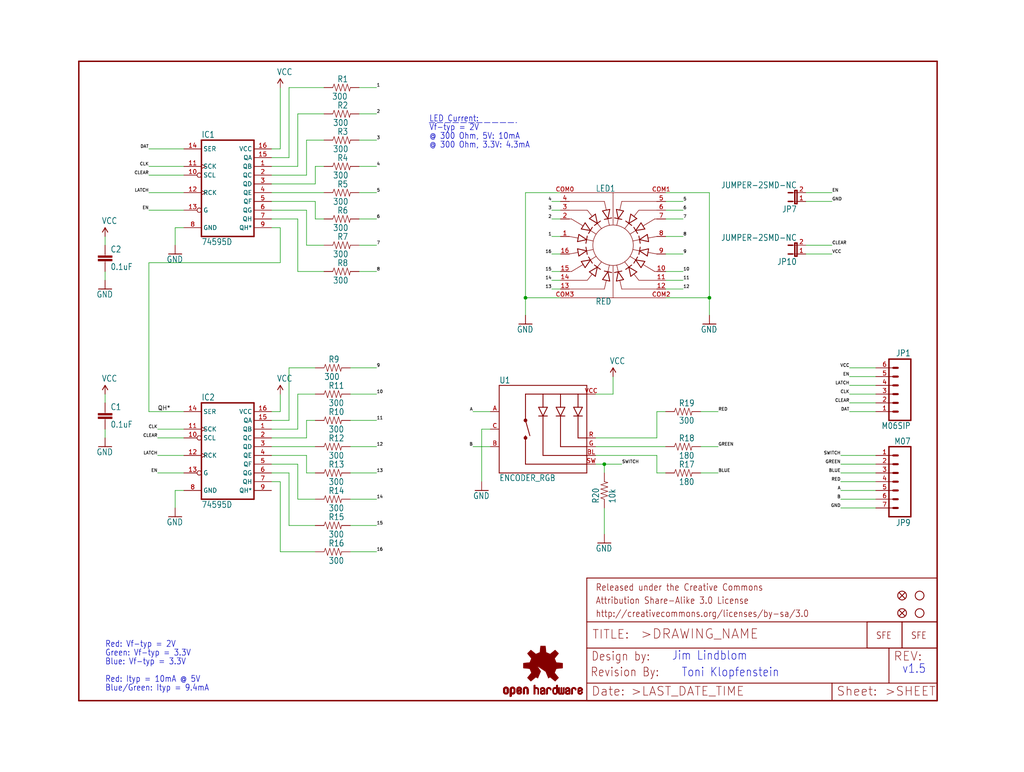
<source format=kicad_sch>
(kicad_sch (version 20211123) (generator eeschema)
  (paper "User" 297.002 223.926)
  (lib_symbols
    (symbol "schematicEagle-eagle-import:0.1UF-25V(+80{slash}-20%)(0603)"
      (property "Reference" "C" (at 1.524 2.921 0))
      (property "Value" "0.1UF-25V(+80{slash}-20%)(0603)" (at 1.524 -2.159 0))
      (symbol "0.1UF-25V(+80{slash}-20%)(0603)_1_0"
        (pin passive line (at 0 5.08 270) (length 2.54) (name "1") (number "1"))
        (pin passive line (at 0 -2.54 90) (length 2.54) (name "2") (number "2"))
      )
    )
    (symbol "schematicEagle-eagle-import:10KOHM1{slash}10W1%(0603)0603"
      (property "Reference" "R" (at -3.81 1.4986 0))
      (property "Value" "10KOHM1{slash}10W1%(0603)0603" (at -3.81 -3.302 0))
      (symbol "10KOHM1{slash}10W1%(0603)0603_1_0"
        (pin passive line (at -5.08 0 0) (length 2.54) (name "1") (number "1"))
        (pin passive line (at 5.08 0 180) (length 2.54) (name "2") (number "2"))
      )
    )
    (symbol "schematicEagle-eagle-import:180OHM1{slash}10W1%(0603)"
      (property "Reference" "R" (at -3.81 1.4986 0))
      (property "Value" "180OHM1{slash}10W1%(0603)" (at -3.81 -3.302 0))
      (symbol "180OHM1{slash}10W1%(0603)_1_0"
        (pin passive line (at -5.08 0 0) (length 2.54) (name "1") (number "1"))
        (pin passive line (at 5.08 0 180) (length 2.54) (name "2") (number "2"))
      )
    )
    (symbol "schematicEagle-eagle-import:300OHM-1{slash}10W-1%(0603)"
      (property "Reference" "R" (at -3.81 1.4986 0))
      (property "Value" "300OHM-1{slash}10W-1%(0603)" (at -3.81 -3.302 0))
      (symbol "300OHM-1{slash}10W-1%(0603)_1_0"
        (pin passive line (at -5.08 0 0) (length 2.54) (name "1") (number "1"))
        (pin passive line (at 5.08 0 180) (length 2.54) (name "2") (number "2"))
      )
    )
    (symbol "schematicEagle-eagle-import:74595D"
      (property "Reference" "IC" (at -5.08 13.335 0))
      (property "Value" "74595D" (at -5.08 -17.78 0))
      (symbol "74595D_1_0"
        (pin tri_state line (at 15.24 5.08 180) (length 5.08) (name "QB") (number "1"))
        (pin input inverted (at -10.16 2.54 0) (length 5.08) (name "SCL") (number "10"))
        (pin input clock (at -10.16 5.08 0) (length 5.08) (name "SCK") (number "11"))
        (pin input clock (at -10.16 -2.54 0) (length 5.08) (name "RCK") (number "12"))
        (pin input inverted (at -10.16 -7.62 0) (length 5.08) (name "G") (number "13"))
        (pin input line (at -10.16 10.16 0) (length 5.08) (name "SER") (number "14"))
        (pin tri_state line (at 15.24 7.62 180) (length 5.08) (name "QA") (number "15"))
        (pin power_in line (at 15.24 10.16 180) (length 5.08) (name "VCC") (number "16"))
        (pin tri_state line (at 15.24 2.54 180) (length 5.08) (name "QC") (number "2"))
        (pin tri_state line (at 15.24 0 180) (length 5.08) (name "QD") (number "3"))
        (pin tri_state line (at 15.24 -2.54 180) (length 5.08) (name "QE") (number "4"))
        (pin tri_state line (at 15.24 -5.08 180) (length 5.08) (name "QF") (number "5"))
        (pin tri_state line (at 15.24 -7.62 180) (length 5.08) (name "QG") (number "6"))
        (pin tri_state line (at 15.24 -10.16 180) (length 5.08) (name "QH") (number "7"))
        (pin power_in line (at -10.16 -12.7 0) (length 5.08) (name "GND") (number "8"))
        (pin tri_state line (at 15.24 -12.7 180) (length 5.08) (name "QH*") (number "9"))
      )
    )
    (symbol "schematicEagle-eagle-import:ENCODER_RGB"
      (property "Reference" "U" (at -12.7 13.208 0))
      (property "Value" "ENCODER_RGB" (at -12.7 -15.113 0))
      (symbol "ENCODER_RGB_1_0"
        (pin bidirectional line (at -15.24 5.08 0) (length 2.54) (name "A") (number "A"))
        (pin bidirectional line (at -15.24 -5.08 0) (length 2.54) (name "B") (number "B"))
        (pin passive line (at 15.24 -7.62 180) (length 2.54) (name "BL") (number "BL"))
        (pin bidirectional line (at -15.24 0 0) (length 2.54) (name "C") (number "C"))
        (pin passive line (at 15.24 -5.08 180) (length 2.54) (name "G") (number "G"))
        (pin passive line (at 15.24 -2.54 180) (length 2.54) (name "R") (number "R"))
        (pin passive line (at 15.24 -10.16 180) (length 2.54) (name "SW") (number "SW"))
        (pin passive line (at 15.24 10.16 180) (length 2.54) (name "VCC") (number "VCC"))
      )
    )
    (symbol "schematicEagle-eagle-import:FIDUCIAL1X2.5")
    (symbol "schematicEagle-eagle-import:FRAME-LETTER"
      (symbol "FRAME-LETTER_2_0"
        (text ">DRAWING_NAME" (at 15.494 17.78 0) (effects (font (size 2.7432 2.7432)) (justify left bottom)))
        (text ">LAST_DATE_TIME" (at 12.7 1.27 0) (effects (font (size 2.54 2.54)) (justify left bottom)))
        (text ">SHEET" (at 86.36 1.27 0) (effects (font (size 2.54 2.54)) (justify left bottom)))
        (text "Attribution Share-Alike 3.0 License" (at 2.54 27.94 0) (effects (font (size 1.9304 1.6408)) (justify left bottom)))
        (text "Date:" (at 1.27 1.27 0) (effects (font (size 2.54 2.54)) (justify left bottom)))
        (text "Design by:" (at 1.27 11.43 0) (effects (font (size 2.54 2.159)) (justify left bottom)))
        (text "http://creativecommons.org/licenses/by-sa/3.0" (at 2.54 24.13 0) (effects (font (size 1.9304 1.6408)) (justify left bottom)))
        (text "Released under the Creative Commons" (at 2.54 31.75 0) (effects (font (size 1.9304 1.6408)) (justify left bottom)))
        (text "REV:" (at 88.9 11.43 0) (effects (font (size 2.54 2.54)) (justify left bottom)))
        (text "Sheet:" (at 72.39 1.27 0) (effects (font (size 2.54 2.54)) (justify left bottom)))
        (text "TITLE:" (at 1.524 17.78 0) (effects (font (size 2.54 2.54)) (justify left bottom)))
      )
    )
    (symbol "schematicEagle-eagle-import:GND" (power)
      (property "Value" "GND" (at -2.54 -2.54 0))
      (symbol "GND_1_0"
        (pin power_in line (at 0 2.54 270) (length 2.54) (name "GND") (number "1"))
      )
    )
    (symbol "schematicEagle-eagle-import:JUMPER-2SMD-NC"
      (property "Reference" "JP" (at -1.27 0 90))
      (property "Value" "JUMPER-2SMD-NC" (at 5.715 0 90))
      (symbol "JUMPER-2SMD-NC_1_0"
        (pin passive line (at 0 -2.54 90) (length 2.54) (name "1") (number "1"))
        (pin passive line (at 2.54 -2.54 90) (length 2.54) (name "2") (number "2"))
      )
    )
    (symbol "schematicEagle-eagle-import:LED_RING"
      (property "Reference" "LED" (at -5.08 15.494 0))
      (property "Value" "LED_RING" (at -5.1054 -17.272 0))
      (symbol "LED_RING_1_0"
        (pin passive line (at -15.24 2.54 0) (length 2.54) (name "1") (number "1"))
        (pin passive line (at 15.24 -7.62 180) (length 2.54) (name "10") (number "10"))
        (pin passive line (at 15.24 -10.16 180) (length 2.54) (name "11") (number "11"))
        (pin passive line (at 15.24 -12.7 180) (length 2.54) (name "12") (number "12"))
        (pin passive line (at -15.24 -12.7 0) (length 2.54) (name "13") (number "13"))
        (pin passive line (at -15.24 -10.16 0) (length 2.54) (name "14") (number "14"))
        (pin passive line (at -15.24 -7.62 0) (length 2.54) (name "15") (number "15"))
        (pin passive line (at -15.24 -2.54 0) (length 2.54) (name "16") (number "16"))
        (pin passive line (at -15.24 7.62 0) (length 2.54) (name "2") (number "2"))
        (pin passive line (at -15.24 10.16 0) (length 2.54) (name "3") (number "3"))
        (pin passive line (at -15.24 12.7 0) (length 2.54) (name "4") (number "4"))
        (pin passive line (at 15.24 12.7 180) (length 2.54) (name "5") (number "5"))
        (pin passive line (at 15.24 10.16 180) (length 2.54) (name "6") (number "6"))
        (pin passive line (at 15.24 7.62 180) (length 2.54) (name "7") (number "7"))
        (pin passive line (at 15.24 2.54 180) (length 2.54) (name "8") (number "8"))
        (pin passive line (at 15.24 -2.54 180) (length 2.54) (name "9") (number "9"))
        (pin passive line (at -15.24 15.24 0) (length 2.54) (name "COM0") (number "COM0"))
        (pin passive line (at 15.24 15.24 180) (length 2.54) (name "COM1") (number "COM1"))
        (pin passive line (at 15.24 -15.24 180) (length 2.54) (name "COM2") (number "COM2"))
        (pin passive line (at -15.24 -15.24 0) (length 2.54) (name "COM3") (number "COM3"))
      )
    )
    (symbol "schematicEagle-eagle-import:LOGO-SFENW2"
      (symbol "LOGO-SFENW2_1_0"
        (text "SFE" (at 0 0 0) (effects (font (size 1.9304 1.6408)) (justify left bottom)))
      )
    )
    (symbol "schematicEagle-eagle-import:LOGO-SFESK"
      (symbol "LOGO-SFESK_1_0"
        (text "SFE" (at 0 0 0) (effects (font (size 1.9304 1.6408)) (justify left bottom)))
      )
    )
    (symbol "schematicEagle-eagle-import:M06SIP"
      (property "Reference" "JP" (at -5.08 10.922 0))
      (property "Value" "M06SIP" (at -5.08 -10.16 0))
      (symbol "M06SIP_1_0"
        (pin passive line (at 5.08 -5.08 180) (length 5.08) (name "1") (number "1"))
        (pin passive line (at 5.08 -2.54 180) (length 5.08) (name "2") (number "2"))
        (pin passive line (at 5.08 0 180) (length 5.08) (name "3") (number "3"))
        (pin passive line (at 5.08 2.54 180) (length 5.08) (name "4") (number "4"))
        (pin passive line (at 5.08 5.08 180) (length 5.08) (name "5") (number "5"))
        (pin passive line (at 5.08 7.62 180) (length 5.08) (name "6") (number "6"))
      )
    )
    (symbol "schematicEagle-eagle-import:M07"
      (property "Reference" "JP" (at -5.08 13.462 0))
      (property "Value" "M07" (at -5.08 -10.16 0))
      (symbol "M07_1_0"
        (pin passive line (at 5.08 -5.08 180) (length 5.08) (name "1") (number "1"))
        (pin passive line (at 5.08 -2.54 180) (length 5.08) (name "2") (number "2"))
        (pin passive line (at 5.08 0 180) (length 5.08) (name "3") (number "3"))
        (pin passive line (at 5.08 2.54 180) (length 5.08) (name "4") (number "4"))
        (pin passive line (at 5.08 5.08 180) (length 5.08) (name "5") (number "5"))
        (pin passive line (at 5.08 7.62 180) (length 5.08) (name "6") (number "6"))
        (pin passive line (at 5.08 10.16 180) (length 5.08) (name "7") (number "7"))
      )
    )
    (symbol "schematicEagle-eagle-import:OSHW-LOGOS")
    (symbol "schematicEagle-eagle-import:REVISION"
      (symbol "REVISION_1_0"
        (text "Revision By: " (at 0 0 0) (effects (font (size 2.54 2.159)) (justify left bottom)))
      )
    )
    (symbol "schematicEagle-eagle-import:STAND-OFF")
    (symbol "schematicEagle-eagle-import:VCC" (power)
      (property "Value" "VCC" (at -1.016 3.556 0))
      (symbol "VCC_1_0"
        (pin power_in line (at 0 0 90) (length 2.54) (name "VCC") (number "1"))
      )
    )
  )
  (junction (at 152.4 86.36))
  (junction (at 175.26 134.62))
  (junction (at 205.74 86.36))
  (wire (pts (xy 104.14 48.26) (xy 109.22 48.26)))
  (polyline (pts (xy 124.46 35.56) (xy 149.86 35.56)))
  (wire (pts (xy 254 137.16) (xy 243.84 137.16)))
  (wire (pts (xy 53.34 43.18) (xy 43.18 43.18)))
  (wire (pts (xy 78.74 58.42) (xy 91.44 58.42)))
  (wire (pts (xy 83.82 152.4) (xy 91.44 152.4)))
  (wire (pts (xy 78.74 60.96) (xy 88.9 60.96)))
  (wire (pts (xy 53.34 119.38) (xy 43.18 119.38)))
  (wire (pts (xy 86.36 144.78) (xy 91.44 144.78)))
  (wire (pts (xy 78.74 124.46) (xy 86.36 124.46)))
  (wire (pts (xy 81.28 139.7) (xy 81.28 160.02)))
  (wire (pts (xy 172.72 132.08) (xy 190.5 132.08)))
  (wire (pts (xy 88.9 71.12) (xy 93.98 71.12)))
  (wire (pts (xy 43.18 76.2) (xy 43.18 119.38)))
  (wire (pts (xy 78.74 137.16) (xy 83.82 137.16)))
  (wire (pts (xy 162.56 63.5) (xy 160.02 63.5)))
  (wire (pts (xy 53.34 127) (xy 45.72 127)))
  (wire (pts (xy 193.04 63.5) (xy 198.12 63.5)))
  (wire (pts (xy 81.28 76.2) (xy 43.18 76.2)))
  (wire (pts (xy 101.6 121.92) (xy 109.22 121.92)))
  (wire (pts (xy 205.74 55.88) (xy 205.74 86.36)))
  (wire (pts (xy 254 134.62) (xy 243.84 134.62)))
  (wire (pts (xy 30.48 114.3) (xy 30.48 116.84)))
  (wire (pts (xy 78.74 63.5) (xy 86.36 63.5)))
  (wire (pts (xy 254 114.3) (xy 246.38 114.3)))
  (wire (pts (xy 53.34 50.8) (xy 43.18 50.8)))
  (wire (pts (xy 91.44 48.26) (xy 93.98 48.26)))
  (wire (pts (xy 91.44 63.5) (xy 93.98 63.5)))
  (wire (pts (xy 193.04 68.58) (xy 198.12 68.58)))
  (wire (pts (xy 83.82 121.92) (xy 83.82 106.68)))
  (wire (pts (xy 86.36 33.02) (xy 93.98 33.02)))
  (wire (pts (xy 101.6 129.54) (xy 109.22 129.54)))
  (wire (pts (xy 175.26 137.16) (xy 175.26 134.62)))
  (wire (pts (xy 53.34 48.26) (xy 43.18 48.26)))
  (wire (pts (xy 101.6 160.02) (xy 109.22 160.02)))
  (wire (pts (xy 91.44 53.34) (xy 91.44 48.26)))
  (wire (pts (xy 88.9 50.8) (xy 88.9 40.64)))
  (wire (pts (xy 193.04 86.36) (xy 205.74 86.36)))
  (wire (pts (xy 152.4 86.36) (xy 152.4 91.44)))
  (wire (pts (xy 101.6 144.78) (xy 109.22 144.78)))
  (wire (pts (xy 53.34 55.88) (xy 43.18 55.88)))
  (wire (pts (xy 50.8 142.24) (xy 50.8 147.32)))
  (wire (pts (xy 193.04 60.96) (xy 198.12 60.96)))
  (wire (pts (xy 86.36 78.74) (xy 93.98 78.74)))
  (wire (pts (xy 254 109.22) (xy 246.38 109.22)))
  (wire (pts (xy 254 106.68) (xy 246.38 106.68)))
  (wire (pts (xy 190.5 127) (xy 190.5 119.38)))
  (wire (pts (xy 88.9 40.64) (xy 93.98 40.64)))
  (wire (pts (xy 175.26 134.62) (xy 180.34 134.62)))
  (wire (pts (xy 175.26 154.94) (xy 175.26 147.32)))
  (wire (pts (xy 30.48 68.58) (xy 30.48 71.12)))
  (wire (pts (xy 83.82 45.72) (xy 78.74 45.72)))
  (wire (pts (xy 101.6 152.4) (xy 109.22 152.4)))
  (wire (pts (xy 53.34 142.24) (xy 50.8 142.24)))
  (wire (pts (xy 193.04 73.66) (xy 198.12 73.66)))
  (wire (pts (xy 104.14 63.5) (xy 109.22 63.5)))
  (wire (pts (xy 193.04 83.82) (xy 198.12 83.82)))
  (wire (pts (xy 78.74 121.92) (xy 83.82 121.92)))
  (wire (pts (xy 142.24 119.38) (xy 137.16 119.38)))
  (wire (pts (xy 254 132.08) (xy 243.84 132.08)))
  (wire (pts (xy 190.5 137.16) (xy 193.04 137.16)))
  (wire (pts (xy 190.5 119.38) (xy 193.04 119.38)))
  (wire (pts (xy 193.04 55.88) (xy 205.74 55.88)))
  (wire (pts (xy 50.8 66.04) (xy 50.8 71.12)))
  (wire (pts (xy 53.34 124.46) (xy 45.72 124.46)))
  (wire (pts (xy 203.2 119.38) (xy 208.28 119.38)))
  (wire (pts (xy 254 111.76) (xy 246.38 111.76)))
  (wire (pts (xy 205.74 86.36) (xy 205.74 91.44)))
  (wire (pts (xy 142.24 129.54) (xy 137.16 129.54)))
  (wire (pts (xy 162.56 78.74) (xy 160.02 78.74)))
  (wire (pts (xy 172.72 127) (xy 190.5 127)))
  (wire (pts (xy 233.68 58.42) (xy 241.3 58.42)))
  (wire (pts (xy 254 144.78) (xy 243.84 144.78)))
  (wire (pts (xy 104.14 78.74) (xy 109.22 78.74)))
  (wire (pts (xy 172.72 129.54) (xy 193.04 129.54)))
  (wire (pts (xy 162.56 55.88) (xy 152.4 55.88)))
  (wire (pts (xy 254 139.7) (xy 243.84 139.7)))
  (wire (pts (xy 78.74 48.26) (xy 86.36 48.26)))
  (wire (pts (xy 78.74 139.7) (xy 81.28 139.7)))
  (wire (pts (xy 254 119.38) (xy 246.38 119.38)))
  (wire (pts (xy 88.9 121.92) (xy 91.44 121.92)))
  (wire (pts (xy 104.14 40.64) (xy 109.22 40.64)))
  (wire (pts (xy 83.82 106.68) (xy 91.44 106.68)))
  (wire (pts (xy 104.14 33.02) (xy 109.22 33.02)))
  (wire (pts (xy 53.34 66.04) (xy 50.8 66.04)))
  (wire (pts (xy 254 147.32) (xy 243.84 147.32)))
  (wire (pts (xy 53.34 137.16) (xy 45.72 137.16)))
  (wire (pts (xy 162.56 83.82) (xy 160.02 83.82)))
  (wire (pts (xy 177.8 114.3) (xy 177.8 109.22)))
  (wire (pts (xy 162.56 81.28) (xy 160.02 81.28)))
  (wire (pts (xy 53.34 132.08) (xy 45.72 132.08)))
  (wire (pts (xy 233.68 55.88) (xy 241.3 55.88)))
  (wire (pts (xy 88.9 60.96) (xy 88.9 71.12)))
  (wire (pts (xy 86.36 114.3) (xy 91.44 114.3)))
  (wire (pts (xy 81.28 43.18) (xy 81.28 25.4)))
  (wire (pts (xy 78.74 55.88) (xy 93.98 55.88)))
  (wire (pts (xy 193.04 78.74) (xy 198.12 78.74)))
  (wire (pts (xy 162.56 60.96) (xy 160.02 60.96)))
  (wire (pts (xy 78.74 53.34) (xy 91.44 53.34)))
  (wire (pts (xy 101.6 106.68) (xy 109.22 106.68)))
  (wire (pts (xy 78.74 43.18) (xy 81.28 43.18)))
  (wire (pts (xy 104.14 25.4) (xy 109.22 25.4)))
  (wire (pts (xy 152.4 55.88) (xy 152.4 86.36)))
  (wire (pts (xy 83.82 137.16) (xy 83.82 152.4)))
  (wire (pts (xy 233.68 73.66) (xy 241.3 73.66)))
  (wire (pts (xy 81.28 66.04) (xy 81.28 76.2)))
  (wire (pts (xy 30.48 127) (xy 30.48 124.46)))
  (wire (pts (xy 86.36 124.46) (xy 86.36 114.3)))
  (wire (pts (xy 254 116.84) (xy 246.38 116.84)))
  (wire (pts (xy 162.56 58.42) (xy 160.02 58.42)))
  (wire (pts (xy 88.9 137.16) (xy 91.44 137.16)))
  (wire (pts (xy 81.28 119.38) (xy 81.28 114.3)))
  (wire (pts (xy 203.2 137.16) (xy 208.28 137.16)))
  (wire (pts (xy 78.74 119.38) (xy 81.28 119.38)))
  (wire (pts (xy 162.56 86.36) (xy 152.4 86.36)))
  (wire (pts (xy 193.04 81.28) (xy 198.12 81.28)))
  (wire (pts (xy 83.82 25.4) (xy 83.82 45.72)))
  (wire (pts (xy 78.74 50.8) (xy 88.9 50.8)))
  (wire (pts (xy 86.36 48.26) (xy 86.36 33.02)))
  (wire (pts (xy 104.14 71.12) (xy 109.22 71.12)))
  (wire (pts (xy 233.68 71.12) (xy 241.3 71.12)))
  (wire (pts (xy 78.74 66.04) (xy 81.28 66.04)))
  (wire (pts (xy 190.5 132.08) (xy 190.5 137.16)))
  (wire (pts (xy 139.7 124.46) (xy 139.7 139.7)))
  (wire (pts (xy 104.14 55.88) (xy 109.22 55.88)))
  (wire (pts (xy 101.6 114.3) (xy 109.22 114.3)))
  (wire (pts (xy 30.48 81.28) (xy 30.48 78.74)))
  (wire (pts (xy 142.24 124.46) (xy 139.7 124.46)))
  (wire (pts (xy 81.28 160.02) (xy 91.44 160.02)))
  (wire (pts (xy 162.56 73.66) (xy 160.02 73.66)))
  (wire (pts (xy 88.9 132.08) (xy 88.9 137.16)))
  (wire (pts (xy 203.2 129.54) (xy 208.28 129.54)))
  (wire (pts (xy 93.98 25.4) (xy 83.82 25.4)))
  (wire (pts (xy 86.36 134.62) (xy 86.36 144.78)))
  (wire (pts (xy 78.74 132.08) (xy 88.9 132.08)))
  (wire (pts (xy 101.6 137.16) (xy 109.22 137.16)))
  (wire (pts (xy 86.36 63.5) (xy 86.36 78.74)))
  (wire (pts (xy 53.34 60.96) (xy 43.18 60.96)))
  (wire (pts (xy 193.04 58.42) (xy 198.12 58.42)))
  (wire (pts (xy 88.9 127) (xy 88.9 121.92)))
  (wire (pts (xy 162.56 68.58) (xy 160.02 68.58)))
  (wire (pts (xy 78.74 129.54) (xy 91.44 129.54)))
  (wire (pts (xy 254 142.24) (xy 243.84 142.24)))
  (wire (pts (xy 78.74 134.62) (xy 86.36 134.62)))
  (wire (pts (xy 172.72 114.3) (xy 177.8 114.3)))
  (wire (pts (xy 172.72 134.62) (xy 175.26 134.62)))
  (wire (pts (xy 78.74 127) (xy 88.9 127)))
  (wire (pts (xy 91.44 58.42) (xy 91.44 63.5)))
  (text "@ 300 Ohm, 5V: 10mA" (at 124.46 40.64 180) (effects (font (size 1.778 1.5113)) (justify left bottom)))
  (text "Green: Vf-typ = 3.3V" (at 30.48 190.5 180) (effects (font (size 1.778 1.5113)) (justify left bottom)))
  (text "Toni Klopfenstein" (at 197.612 196.596 180) (effects (font (size 2.54 2.159)) (justify left bottom)))
  (text "Red: Ityp = 10mA @ 5V" (at 30.48 198.12 180) (effects (font (size 1.778 1.5113)) (justify left bottom)))
  (text "@ 300 Ohm, 3.3V: 4.3mA" (at 124.46 43.18 180) (effects (font (size 1.778 1.5113)) (justify left bottom)))
  (text "Vf-typ = 2V" (at 124.46 38.1 180) (effects (font (size 1.778 1.5113)) (justify left bottom)))
  (text "Blue/Green: Ityp = 9.4mA" (at 30.48 200.66 180) (effects (font (size 1.778 1.5113)) (justify left bottom)))
  (text "v1.5" (at 261.62 195.58 180) (effects (font (size 2.54 2.159)) (justify left bottom)))
  (text "Red: Vf-typ = 2V" (at 30.48 187.96 180) (effects (font (size 1.778 1.5113)) (justify left bottom)))
  (text "LED Current:" (at 124.46 35.56 180) (effects (font (size 1.778 1.5113)) (justify left bottom)))
  (text "Blue: Vf-typ = 3.3V" (at 30.48 193.04 180) (effects (font (size 1.778 1.5113)) (justify left bottom)))
  (text "Jim Lindblom" (at 194.818 191.77 180) (effects (font (size 2.54 2.159)) (justify left bottom)))
  (label "EN" (at 43.18 60.96 180) (effects (font (size 0.889 0.889))))
  (label "GND" (at 243.84 147.32 180) (effects (font (size 0.889 0.889))))
  (label "QH*" (at 45.72 119.38 0) (effects (font (size 1.2446 1.2446))))
  (label "CLEAR" (at 246.38 116.84 180) (effects (font (size 0.889 0.889))))
  (label "GREEN" (at 208.28 129.54 0) (effects (font (size 0.889 0.889))))
  (label "EN" (at 241.3 55.88 0) (effects (font (size 0.889 0.889))))
  (label "EN" (at 246.38 109.22 180) (effects (font (size 0.889 0.889))))
  (label "VCC" (at 241.3 73.66 0) (effects (font (size 0.889 0.889))))
  (label "5" (at 109.22 55.88 0) (effects (font (size 0.889 0.889))))
  (label "CLEAR" (at 45.72 127 180) (effects (font (size 0.889 0.889))))
  (label "10" (at 109.22 114.3 0) (effects (font (size 0.889 0.889))))
  (label "LATCH" (at 246.38 111.76 180) (effects (font (size 0.889 0.889))))
  (label "16" (at 109.22 160.02 0) (effects (font (size 0.889 0.889))))
  (label "BLUE" (at 208.28 137.16 0) (effects (font (size 0.889 0.889))))
  (label "8" (at 198.12 68.58 0) (effects (font (size 0.889 0.889))))
  (label "8" (at 109.22 78.74 0) (effects (font (size 0.889 0.889))))
  (label "CLK" (at 43.18 48.26 180) (effects (font (size 0.889 0.889))))
  (label "B" (at 243.84 144.78 180) (effects (font (size 0.889 0.889))))
  (label "BLUE" (at 243.84 137.16 180) (effects (font (size 0.889 0.889))))
  (label "6" (at 109.22 63.5 0) (effects (font (size 0.889 0.889))))
  (label "7" (at 109.22 71.12 0) (effects (font (size 0.889 0.889))))
  (label "5" (at 198.12 58.42 0) (effects (font (size 0.889 0.889))))
  (label "13" (at 160.02 83.82 180) (effects (font (size 0.889 0.889))))
  (label "4" (at 109.22 48.26 0) (effects (font (size 0.889 0.889))))
  (label "CLEAR" (at 241.3 71.12 0) (effects (font (size 0.889 0.889))))
  (label "CLEAR" (at 43.18 50.8 180) (effects (font (size 0.889 0.889))))
  (label "6" (at 198.12 60.96 0) (effects (font (size 0.889 0.889))))
  (label "10" (at 198.12 78.74 0) (effects (font (size 0.889 0.889))))
  (label "12" (at 198.12 83.82 0) (effects (font (size 0.889 0.889))))
  (label "B" (at 137.16 129.54 180) (effects (font (size 0.889 0.889))))
  (label "9" (at 109.22 106.68 0) (effects (font (size 0.889 0.889))))
  (label "15" (at 109.22 152.4 0) (effects (font (size 0.889 0.889))))
  (label "VCC" (at 246.38 106.68 180) (effects (font (size 0.889 0.889))))
  (label "15" (at 160.02 78.74 180) (effects (font (size 0.889 0.889))))
  (label "1" (at 109.22 25.4 0) (effects (font (size 0.889 0.889))))
  (label "LATCH" (at 43.18 55.88 180) (effects (font (size 0.889 0.889))))
  (label "7" (at 198.12 63.5 0) (effects (font (size 0.889 0.889))))
  (label "3" (at 109.22 40.64 0) (effects (font (size 0.889 0.889))))
  (label "12" (at 109.22 129.54 0) (effects (font (size 0.889 0.889))))
  (label "11" (at 198.12 81.28 0) (effects (font (size 0.889 0.889))))
  (label "11" (at 109.22 121.92 0) (effects (font (size 0.889 0.889))))
  (label "CLK" (at 246.38 114.3 180) (effects (font (size 0.889 0.889))))
  (label "GND" (at 241.3 58.42 0) (effects (font (size 0.889 0.889))))
  (label "13" (at 109.22 137.16 0) (effects (font (size 0.889 0.889))))
  (label "14" (at 109.22 144.78 0) (effects (font (size 0.889 0.889))))
  (label "9" (at 198.12 73.66 0) (effects (font (size 0.889 0.889))))
  (label "3" (at 160.02 60.96 180) (effects (font (size 0.889 0.889))))
  (label "SWITCH" (at 180.34 134.62 0) (effects (font (size 0.889 0.889))))
  (label "2" (at 109.22 33.02 0) (effects (font (size 0.889 0.889))))
  (label "A" (at 137.16 119.38 180) (effects (font (size 0.889 0.889))))
  (label "4" (at 160.02 58.42 180) (effects (font (size 0.889 0.889))))
  (label "1" (at 160.02 68.58 180) (effects (font (size 0.889 0.889))))
  (label "CLK" (at 45.72 124.46 180) (effects (font (size 0.889 0.889))))
  (label "SWITCH" (at 243.84 132.08 180) (effects (font (size 0.889 0.889))))
  (label "EN" (at 45.72 137.16 180) (effects (font (size 0.889 0.889))))
  (label "GREEN" (at 243.84 134.62 180) (effects (font (size 0.889 0.889))))
  (label "DAT" (at 43.18 43.18 180) (effects (font (size 0.889 0.889))))
  (label "2" (at 160.02 63.5 180) (effects (font (size 0.889 0.889))))
  (label "16" (at 160.02 73.66 180) (effects (font (size 0.889 0.889))))
  (label "RED" (at 208.28 119.38 0) (effects (font (size 0.889 0.889))))
  (label "14" (at 160.02 81.28 180) (effects (font (size 0.889 0.889))))
  (label "A" (at 243.84 142.24 180) (effects (font (size 0.889 0.889))))
  (label "RED" (at 243.84 139.7 180) (effects (font (size 0.889 0.889))))
  (label "LATCH" (at 45.72 132.08 180) (effects (font (size 0.889 0.889))))
  (label "DAT" (at 246.38 119.38 180) (effects (font (size 0.889 0.889))))
  (symbol (lib_id "schematicEagle-eagle-import:300OHM-1{slash}10W-1%(0603)") (at 96.52 137.16 0) (unit 1)
    (property "Reference" "R13" (at 95.25 135.6614 0) (effects (font (size 1.778 1.5113)) (justify left bottom)))
    (property "Value" "300" (at 95.25 140.716 0) (effects (font (size 1.778 1.5113)) (justify left bottom)))
    (property "Footprint" "schematicEagle:0603-RES" (effects hide))
  )
  (symbol (lib_id "schematicEagle-eagle-import:300OHM-1{slash}10W-1%(0603)") (at 99.06 63.5 0) (unit 1)
    (property "Reference" "R6" (at 97.79 62.0014 0) (effects (font (size 1.778 1.5113)) (justify left bottom)))
    (property "Value" "300" (at 96.52 67.056 0) (effects (font (size 1.778 1.5113)) (justify left bottom)))
    (property "Footprint" "schematicEagle:0603-RES" (effects hide))
  )
  (symbol (lib_id "schematicEagle-eagle-import:LED_RING") (at 177.8 71.12 0) (unit 1)
    (property "Reference" "LED1" (at 172.72 55.626 0) (effects (font (size 1.778 1.5113)) (justify left bottom)))
    (property "Value" "RED" (at 172.6946 88.392 0) (effects (font (size 1.778 1.5113)) (justify left bottom)))
    (property "Footprint" "schematicEagle:LED_RING" (effects hide))
  )
  (symbol (lib_id "schematicEagle-eagle-import:REVISION") (at 171.196 196.342 0) (unit 1)
    (property "Reference" "U$1" (effects hide))
    (property "Value" "REVISION" (effects hide))
    (property "Footprint" "schematicEagle:REVISION" (effects hide))
  )
  (symbol (lib_id "schematicEagle-eagle-import:300OHM-1{slash}10W-1%(0603)") (at 99.06 40.64 0) (unit 1)
    (property "Reference" "R3" (at 97.79 39.1414 0) (effects (font (size 1.778 1.5113)) (justify left bottom)))
    (property "Value" "300" (at 96.52 44.196 0) (effects (font (size 1.778 1.5113)) (justify left bottom)))
    (property "Footprint" "schematicEagle:0603-RES" (effects hide))
  )
  (symbol (lib_id "schematicEagle-eagle-import:300OHM-1{slash}10W-1%(0603)") (at 96.52 144.78 0) (unit 1)
    (property "Reference" "R14" (at 95.25 143.2814 0) (effects (font (size 1.778 1.5113)) (justify left bottom)))
    (property "Value" "300" (at 95.25 148.336 0) (effects (font (size 1.778 1.5113)) (justify left bottom)))
    (property "Footprint" "schematicEagle:0603-RES" (effects hide))
  )
  (symbol (lib_id "schematicEagle-eagle-import:VCC") (at 30.48 114.3 0) (unit 1)
    (property "Reference" "#P+4" (effects hide))
    (property "Value" "VCC" (at 29.464 110.744 0) (effects (font (size 1.778 1.5113)) (justify left bottom)))
    (property "Footprint" "schematicEagle:" (effects hide))
  )
  (symbol (lib_id "schematicEagle-eagle-import:74595D") (at 63.5 53.34 0) (unit 1)
    (property "Reference" "IC1" (at 58.42 40.005 0) (effects (font (size 1.778 1.5113)) (justify left bottom)))
    (property "Value" "74595D" (at 58.42 71.12 0) (effects (font (size 1.778 1.5113)) (justify left bottom)))
    (property "Footprint" "schematicEagle:SO16" (effects hide))
  )
  (symbol (lib_id "schematicEagle-eagle-import:0.1UF-25V(+80{slash}-20%)(0603)") (at 30.48 76.2 0) (unit 1)
    (property "Reference" "C2" (at 32.004 73.279 0) (effects (font (size 1.778 1.5113)) (justify left bottom)))
    (property "Value" "0.1uF" (at 32.004 78.359 0) (effects (font (size 1.778 1.5113)) (justify left bottom)))
    (property "Footprint" "schematicEagle:0603-CAP" (effects hide))
  )
  (symbol (lib_id "schematicEagle-eagle-import:300OHM-1{slash}10W-1%(0603)") (at 96.52 114.3 0) (unit 1)
    (property "Reference" "R11" (at 95.25 112.8014 0) (effects (font (size 1.778 1.5113)) (justify left bottom)))
    (property "Value" "300" (at 95.25 117.856 0) (effects (font (size 1.778 1.5113)) (justify left bottom)))
    (property "Footprint" "schematicEagle:0603-RES" (effects hide))
  )
  (symbol (lib_id "schematicEagle-eagle-import:GND") (at 30.48 83.82 0) (unit 1)
    (property "Reference" "#GND8" (effects hide))
    (property "Value" "GND" (at 27.94 86.36 0) (effects (font (size 1.778 1.5113)) (justify left bottom)))
    (property "Footprint" "schematicEagle:" (effects hide))
  )
  (symbol (lib_id "schematicEagle-eagle-import:FRAME-LETTER") (at 22.86 203.2 0) (unit 1)
    (property "Reference" "FRAME1" (effects hide))
    (property "Value" "FRAME-LETTER" (effects hide))
    (property "Footprint" "schematicEagle:CREATIVE_COMMONS" (effects hide))
  )
  (symbol (lib_id "schematicEagle-eagle-import:GND") (at 175.26 157.48 0) (unit 1)
    (property "Reference" "#GND5" (effects hide))
    (property "Value" "GND" (at 172.72 160.02 0) (effects (font (size 1.778 1.5113)) (justify left bottom)))
    (property "Footprint" "schematicEagle:" (effects hide))
  )
  (symbol (lib_id "schematicEagle-eagle-import:JUMPER-2SMD-NC") (at 231.14 73.66 90) (unit 1)
    (property "Reference" "JP10" (at 231.14 74.93 90) (effects (font (size 1.778 1.5113)) (justify left bottom)))
    (property "Value" "JUMPER-2SMD-NC" (at 231.14 67.945 90) (effects (font (size 1.778 1.5113)) (justify left bottom)))
    (property "Footprint" "schematicEagle:SJ_2S" (effects hide))
  )
  (symbol (lib_id "schematicEagle-eagle-import:VCC") (at 81.28 25.4 0) (unit 1)
    (property "Reference" "#P+1" (effects hide))
    (property "Value" "VCC" (at 80.264 21.844 0) (effects (font (size 1.778 1.5113)) (justify left bottom)))
    (property "Footprint" "schematicEagle:" (effects hide))
  )
  (symbol (lib_id "schematicEagle-eagle-import:GND") (at 30.48 129.54 0) (unit 1)
    (property "Reference" "#GND7" (effects hide))
    (property "Value" "GND" (at 27.94 132.08 0) (effects (font (size 1.778 1.5113)) (justify left bottom)))
    (property "Footprint" "schematicEagle:" (effects hide))
  )
  (symbol (lib_id "schematicEagle-eagle-import:M07") (at 259.08 137.16 180) (unit 1)
    (property "Reference" "JP9" (at 264.16 150.622 0) (effects (font (size 1.778 1.5113)) (justify left bottom)))
    (property "Value" "M07" (at 264.16 127 0) (effects (font (size 1.778 1.5113)) (justify left bottom)))
    (property "Footprint" "schematicEagle:1X07" (effects hide))
  )
  (symbol (lib_id "schematicEagle-eagle-import:GND") (at 139.7 142.24 0) (unit 1)
    (property "Reference" "#GND3" (effects hide))
    (property "Value" "GND" (at 137.16 144.78 0) (effects (font (size 1.778 1.5113)) (justify left bottom)))
    (property "Footprint" "schematicEagle:" (effects hide))
  )
  (symbol (lib_id "schematicEagle-eagle-import:LOGO-SFENW2") (at 264.16 185.42 0) (unit 1)
    (property "Reference" "JP2" (effects hide))
    (property "Value" "LOGO-SFENW2" (effects hide))
    (property "Footprint" "schematicEagle:SFE-NEW-WEB" (effects hide))
  )
  (symbol (lib_id "schematicEagle-eagle-import:0.1UF-25V(+80{slash}-20%)(0603)") (at 30.48 121.92 0) (unit 1)
    (property "Reference" "C1" (at 32.004 118.999 0) (effects (font (size 1.778 1.5113)) (justify left bottom)))
    (property "Value" "0.1uF" (at 32.004 124.079 0) (effects (font (size 1.778 1.5113)) (justify left bottom)))
    (property "Footprint" "schematicEagle:0603-CAP" (effects hide))
  )
  (symbol (lib_id "schematicEagle-eagle-import:JUMPER-2SMD-NC") (at 231.14 58.42 90) (unit 1)
    (property "Reference" "JP7" (at 231.14 59.69 90) (effects (font (size 1.778 1.5113)) (justify left bottom)))
    (property "Value" "JUMPER-2SMD-NC" (at 231.14 52.705 90) (effects (font (size 1.778 1.5113)) (justify left bottom)))
    (property "Footprint" "schematicEagle:SJ_2S" (effects hide))
  )
  (symbol (lib_id "schematicEagle-eagle-import:180OHM1{slash}10W1%(0603)") (at 198.12 137.16 0) (unit 1)
    (property "Reference" "R17" (at 196.85 135.6614 0) (effects (font (size 1.778 1.5113)) (justify left bottom)))
    (property "Value" "180" (at 196.85 140.716 0) (effects (font (size 1.778 1.5113)) (justify left bottom)))
    (property "Footprint" "schematicEagle:0603-RES" (effects hide))
  )
  (symbol (lib_id "schematicEagle-eagle-import:GND") (at 205.74 93.98 0) (unit 1)
    (property "Reference" "#GND4" (effects hide))
    (property "Value" "GND" (at 203.2 96.52 0) (effects (font (size 1.778 1.5113)) (justify left bottom)))
    (property "Footprint" "schematicEagle:" (effects hide))
  )
  (symbol (lib_id "schematicEagle-eagle-import:FRAME-LETTER") (at 170.18 203.2 0) (unit 2)
    (property "Reference" "FRAME1" (effects hide))
    (property "Value" "FRAME-LETTER" (effects hide))
    (property "Footprint" "schematicEagle:CREATIVE_COMMONS" (effects hide))
  )
  (symbol (lib_id "schematicEagle-eagle-import:300OHM-1{slash}10W-1%(0603)") (at 99.06 71.12 0) (unit 1)
    (property "Reference" "R7" (at 97.79 69.6214 0) (effects (font (size 1.778 1.5113)) (justify left bottom)))
    (property "Value" "300" (at 96.52 74.676 0) (effects (font (size 1.778 1.5113)) (justify left bottom)))
    (property "Footprint" "schematicEagle:0603-RES" (effects hide))
  )
  (symbol (lib_id "schematicEagle-eagle-import:300OHM-1{slash}10W-1%(0603)") (at 99.06 55.88 0) (unit 1)
    (property "Reference" "R5" (at 97.79 54.3814 0) (effects (font (size 1.778 1.5113)) (justify left bottom)))
    (property "Value" "300" (at 96.52 59.436 0) (effects (font (size 1.778 1.5113)) (justify left bottom)))
    (property "Footprint" "schematicEagle:0603-RES" (effects hide))
  )
  (symbol (lib_id "schematicEagle-eagle-import:300OHM-1{slash}10W-1%(0603)") (at 198.12 119.38 0) (unit 1)
    (property "Reference" "R19" (at 196.85 117.8814 0) (effects (font (size 1.778 1.5113)) (justify left bottom)))
    (property "Value" "300" (at 196.85 122.936 0) (effects (font (size 1.778 1.5113)) (justify left bottom)))
    (property "Footprint" "schematicEagle:0603-RES" (effects hide))
  )
  (symbol (lib_id "schematicEagle-eagle-import:300OHM-1{slash}10W-1%(0603)") (at 99.06 33.02 0) (unit 1)
    (property "Reference" "R2" (at 97.79 31.5214 0) (effects (font (size 1.778 1.5113)) (justify left bottom)))
    (property "Value" "300" (at 96.52 36.576 0) (effects (font (size 1.778 1.5113)) (justify left bottom)))
    (property "Footprint" "schematicEagle:0603-RES" (effects hide))
  )
  (symbol (lib_id "schematicEagle-eagle-import:ENCODER_RGB") (at 157.48 124.46 0) (unit 1)
    (property "Reference" "U1" (at 144.78 111.252 0) (effects (font (size 1.778 1.5113)) (justify left bottom)))
    (property "Value" "ENCODER_RGB" (at 144.78 139.573 0) (effects (font (size 1.778 1.5113)) (justify left bottom)))
    (property "Footprint" "schematicEagle:ENCODER_LED_RGB" (effects hide))
  )
  (symbol (lib_id "schematicEagle-eagle-import:VCC") (at 81.28 114.3 0) (unit 1)
    (property "Reference" "#P+2" (effects hide))
    (property "Value" "VCC" (at 80.264 110.744 0) (effects (font (size 1.778 1.5113)) (justify left bottom)))
    (property "Footprint" "schematicEagle:" (effects hide))
  )
  (symbol (lib_id "schematicEagle-eagle-import:GND") (at 50.8 73.66 0) (unit 1)
    (property "Reference" "#GND1" (effects hide))
    (property "Value" "GND" (at 48.26 76.2 0) (effects (font (size 1.778 1.5113)) (justify left bottom)))
    (property "Footprint" "schematicEagle:" (effects hide))
  )
  (symbol (lib_id "schematicEagle-eagle-import:300OHM-1{slash}10W-1%(0603)") (at 96.52 106.68 0) (unit 1)
    (property "Reference" "R9" (at 95.25 105.1814 0) (effects (font (size 1.778 1.5113)) (justify left bottom)))
    (property "Value" "300" (at 93.98 110.236 0) (effects (font (size 1.778 1.5113)) (justify left bottom)))
    (property "Footprint" "schematicEagle:0603-RES" (effects hide))
  )
  (symbol (lib_id "schematicEagle-eagle-import:LOGO-SFESK") (at 254 185.42 0) (unit 1)
    (property "Reference" "JP6" (effects hide))
    (property "Value" "LOGO-SFESK" (effects hide))
    (property "Footprint" "schematicEagle:SFE-LOGO-FLAME" (effects hide))
  )
  (symbol (lib_id "schematicEagle-eagle-import:GND") (at 152.4 93.98 0) (unit 1)
    (property "Reference" "#GND2" (effects hide))
    (property "Value" "GND" (at 149.86 96.52 0) (effects (font (size 1.778 1.5113)) (justify left bottom)))
    (property "Footprint" "schematicEagle:" (effects hide))
  )
  (symbol (lib_id "schematicEagle-eagle-import:FIDUCIAL1X2.5") (at 261.62 172.72 0) (unit 1)
    (property "Reference" "JP8" (effects hide))
    (property "Value" "FIDUCIAL1X2.5" (effects hide))
    (property "Footprint" "schematicEagle:FIDUCIAL-1X2.5" (effects hide))
  )
  (symbol (lib_id "schematicEagle-eagle-import:STAND-OFF") (at 266.7 172.72 0) (unit 1)
    (property "Reference" "JP3" (effects hide))
    (property "Value" "STAND-OFF" (effects hide))
    (property "Footprint" "schematicEagle:STAND-OFF" (effects hide))
  )
  (symbol (lib_id "schematicEagle-eagle-import:GND") (at 50.8 149.86 0) (unit 1)
    (property "Reference" "#GND6" (effects hide))
    (property "Value" "GND" (at 48.26 152.4 0) (effects (font (size 1.778 1.5113)) (justify left bottom)))
    (property "Footprint" "schematicEagle:" (effects hide))
  )
  (symbol (lib_id "schematicEagle-eagle-import:300OHM-1{slash}10W-1%(0603)") (at 96.52 121.92 0) (unit 1)
    (property "Reference" "R10" (at 95.25 120.4214 0) (effects (font (size 1.778 1.5113)) (justify left bottom)))
    (property "Value" "300" (at 95.25 125.476 0) (effects (font (size 1.778 1.5113)) (justify left bottom)))
    (property "Footprint" "schematicEagle:0603-RES" (effects hide))
  )
  (symbol (lib_id "schematicEagle-eagle-import:300OHM-1{slash}10W-1%(0603)") (at 99.06 48.26 0) (unit 1)
    (property "Reference" "R4" (at 97.79 46.7614 0) (effects (font (size 1.778 1.5113)) (justify left bottom)))
    (property "Value" "300" (at 96.52 51.816 0) (effects (font (size 1.778 1.5113)) (justify left bottom)))
    (property "Footprint" "schematicEagle:0603-RES" (effects hide))
  )
  (symbol (lib_id "schematicEagle-eagle-import:300OHM-1{slash}10W-1%(0603)") (at 99.06 78.74 0) (unit 1)
    (property "Reference" "R8" (at 97.79 77.2414 0) (effects (font (size 1.778 1.5113)) (justify left bottom)))
    (property "Value" "300" (at 96.52 82.296 0) (effects (font (size 1.778 1.5113)) (justify left bottom)))
    (property "Footprint" "schematicEagle:0603-RES" (effects hide))
  )
  (symbol (lib_id "schematicEagle-eagle-import:M06SIP") (at 259.08 114.3 0) (mirror y) (unit 1)
    (property "Reference" "JP1" (at 264.16 103.378 0) (effects (font (size 1.778 1.5113)) (justify left bottom)))
    (property "Value" "M06SIP" (at 264.16 124.46 0) (effects (font (size 1.778 1.5113)) (justify left bottom)))
    (property "Footprint" "schematicEagle:1X06" (effects hide))
  )
  (symbol (lib_id "schematicEagle-eagle-import:OSHW-LOGOS") (at 157.48 193.04 0) (unit 1)
    (property "Reference" "U$2" (effects hide))
    (property "Value" "OSHW-LOGOS" (effects hide))
    (property "Footprint" "schematicEagle:OSHW-LOGO-S" (effects hide))
  )
  (symbol (lib_id "schematicEagle-eagle-import:10KOHM1{slash}10W1%(0603)0603") (at 175.26 142.24 90) (unit 1)
    (property "Reference" "R20" (at 173.7614 146.05 0) (effects (font (size 1.778 1.5113)) (justify left bottom)))
    (property "Value" "10k" (at 178.562 146.05 0) (effects (font (size 1.778 1.5113)) (justify left bottom)))
    (property "Footprint" "schematicEagle:0603-RES" (effects hide))
  )
  (symbol (lib_id "schematicEagle-eagle-import:300OHM-1{slash}10W-1%(0603)") (at 96.52 152.4 0) (unit 1)
    (property "Reference" "R15" (at 95.25 150.9014 0) (effects (font (size 1.778 1.5113)) (justify left bottom)))
    (property "Value" "300" (at 95.25 155.956 0) (effects (font (size 1.778 1.5113)) (justify left bottom)))
    (property "Footprint" "schematicEagle:0603-RES" (effects hide))
  )
  (symbol (lib_id "schematicEagle-eagle-import:300OHM-1{slash}10W-1%(0603)") (at 96.52 129.54 0) (unit 1)
    (property "Reference" "R12" (at 95.25 128.0414 0) (effects (font (size 1.778 1.5113)) (justify left bottom)))
    (property "Value" "300" (at 95.25 133.096 0) (effects (font (size 1.778 1.5113)) (justify left bottom)))
    (property "Footprint" "schematicEagle:0603-RES" (effects hide))
  )
  (symbol (lib_id "schematicEagle-eagle-import:300OHM-1{slash}10W-1%(0603)") (at 96.52 160.02 0) (unit 1)
    (property "Reference" "R16" (at 95.25 158.5214 0) (effects (font (size 1.778 1.5113)) (justify left bottom)))
    (property "Value" "300" (at 95.25 163.576 0) (effects (font (size 1.778 1.5113)) (justify left bottom)))
    (property "Footprint" "schematicEagle:0603-RES" (effects hide))
  )
  (symbol (lib_id "schematicEagle-eagle-import:180OHM1{slash}10W1%(0603)") (at 198.12 129.54 0) (unit 1)
    (property "Reference" "R18" (at 196.85 128.0414 0) (effects (font (size 1.778 1.5113)) (justify left bottom)))
    (property "Value" "180" (at 196.85 133.096 0) (effects (font (size 1.778 1.5113)) (justify left bottom)))
    (property "Footprint" "schematicEagle:0603-RES" (effects hide))
  )
  (symbol (lib_id "schematicEagle-eagle-import:STAND-OFF") (at 266.7 177.8 0) (unit 1)
    (property "Reference" "JP4" (effects hide))
    (property "Value" "STAND-OFF" (effects hide))
    (property "Footprint" "schematicEagle:STAND-OFF" (effects hide))
  )
  (symbol (lib_id "schematicEagle-eagle-import:FIDUCIAL1X2.5") (at 261.62 177.8 0) (unit 1)
    (property "Reference" "JP5" (effects hide))
    (property "Value" "FIDUCIAL1X2.5" (effects hide))
    (property "Footprint" "schematicEagle:FIDUCIAL-1X2.5" (effects hide))
  )
  (symbol (lib_id "schematicEagle-eagle-import:VCC") (at 177.8 109.22 0) (unit 1)
    (property "Reference" "#P+5" (effects hide))
    (property "Value" "VCC" (at 176.784 105.664 0) (effects (font (size 1.778 1.5113)) (justify left bottom)))
    (property "Footprint" "schematicEagle:" (effects hide))
  )
  (symbol (lib_id "schematicEagle-eagle-import:74595D") (at 63.5 129.54 0) (unit 1)
    (property "Reference" "IC2" (at 58.42 116.205 0) (effects (font (size 1.778 1.5113)) (justify left bottom)))
    (property "Value" "74595D" (at 58.42 147.32 0) (effects (font (size 1.778 1.5113)) (justify left bottom)))
    (property "Footprint" "schematicEagle:SO16" (effects hide))
  )
  (symbol (lib_id "schematicEagle-eagle-import:300OHM-1{slash}10W-1%(0603)") (at 99.06 25.4 0) (unit 1)
    (property "Reference" "R1" (at 97.79 23.9014 0) (effects (font (size 1.778 1.5113)) (justify left bottom)))
    (property "Value" "300" (at 96.266 28.956 0) (effects (font (size 1.778 1.5113)) (justify left bottom)))
    (property "Footprint" "schematicEagle:0603-RES" (effects hide))
  )
  (symbol (lib_id "schematicEagle-eagle-import:VCC") (at 30.48 68.58 0) (unit 1)
    (property "Reference" "#P+3" (effects hide))
    (property "Value" "VCC" (at 29.464 65.024 0) (effects (font (size 1.778 1.5113)) (justify left bottom)))
    (property "Footprint" "schematicEagle:" (effects hide))
  )
)
</source>
